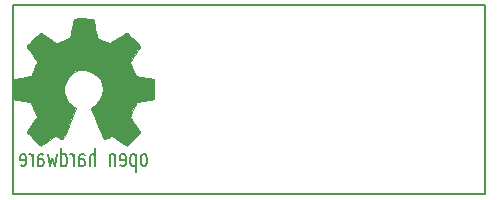
<source format=gbo>
G04 #@! TF.FileFunction,Legend,Bot*
%FSLAX46Y46*%
G04 Gerber Fmt 4.6, Leading zero omitted, Abs format (unit mm)*
G04 Created by KiCad (PCBNEW 4.0.2-stable) date 28/05/2016 23:34:47*
%MOMM*%
G01*
G04 APERTURE LIST*
%ADD10C,0.100000*%
%ADD11C,0.150000*%
%ADD12C,0.002540*%
G04 APERTURE END LIST*
D10*
D11*
X0Y16000000D02*
X0Y0D01*
X40000000Y16000000D02*
X0Y16000000D01*
X40000000Y0D02*
X40000000Y16000000D01*
X0Y0D02*
X40000000Y0D01*
X790000Y2390000D02*
X690000Y2460000D01*
X970000Y2390000D02*
X790000Y2390000D01*
X1070000Y2460000D02*
X970000Y2390000D01*
X1120000Y2600000D02*
X1070000Y2460000D01*
X1120000Y3180000D02*
X1120000Y2600000D01*
X1060000Y3330000D02*
X1120000Y3180000D01*
X960000Y3400000D02*
X1060000Y3330000D01*
X790000Y3400000D02*
X960000Y3400000D01*
X690000Y3310000D02*
X790000Y3400000D01*
X640000Y3180000D02*
X690000Y3310000D01*
X640000Y2910000D02*
X640000Y3180000D01*
X1120000Y2910000D02*
X640000Y2910000D01*
X1690000Y3390000D02*
X1690000Y2390000D01*
X1640000Y3250000D02*
X1690000Y3080000D01*
X1600000Y3310000D02*
X1640000Y3250000D01*
X1500000Y3390000D02*
X1600000Y3310000D01*
X1390000Y3390000D02*
X1500000Y3390000D01*
X3740000Y3400000D02*
X3550000Y2390000D01*
X3550000Y2390000D02*
X3360000Y3110000D01*
X3360000Y3110000D02*
X3170000Y2390000D01*
X3170000Y2390000D02*
X2970000Y3400000D01*
X4120000Y2470000D02*
X4210000Y2390000D01*
X4210000Y2390000D02*
X4400000Y2390000D01*
X4400000Y2390000D02*
X4470000Y2440000D01*
X4470000Y2440000D02*
X4540000Y2520000D01*
X4540000Y2520000D02*
X4600000Y2680000D01*
X4600000Y2680000D02*
X4600000Y3100000D01*
X4600000Y3100000D02*
X4550000Y3250000D01*
X4550000Y3250000D02*
X4480000Y3340000D01*
X4480000Y3340000D02*
X4400000Y3390000D01*
X4400000Y3390000D02*
X4220000Y3390000D01*
X4220000Y3390000D02*
X4120000Y3310000D01*
X4120000Y3890000D02*
X4120000Y2390000D01*
X4870000Y3390000D02*
X4980000Y3390000D01*
X4980000Y3390000D02*
X5080000Y3310000D01*
X5080000Y3310000D02*
X5120000Y3250000D01*
X5120000Y3250000D02*
X5170000Y3080000D01*
X5170000Y3390000D02*
X5170000Y2390000D01*
X2160000Y3180000D02*
X2160000Y2390000D01*
X2220000Y3330000D02*
X2160000Y3180000D01*
X2310000Y3400000D02*
X2220000Y3330000D01*
X2490000Y3400000D02*
X2310000Y3400000D01*
X2600000Y3320000D02*
X2490000Y3400000D01*
X2640000Y2620000D02*
X2600000Y2480000D01*
X2640000Y2750000D02*
X2640000Y2620000D01*
X2590000Y2890000D02*
X2640000Y2750000D01*
X2490000Y2970000D02*
X2590000Y2890000D01*
X2250000Y2970000D02*
X2490000Y2970000D01*
X2160000Y3040000D02*
X2250000Y2970000D01*
X2260000Y2390000D02*
X2160000Y2470000D01*
X2490000Y2390000D02*
X2260000Y2390000D01*
X2600000Y2480000D02*
X2490000Y2390000D01*
X6080000Y2480000D02*
X5970000Y2390000D01*
X5970000Y2390000D02*
X5740000Y2390000D01*
X5740000Y2390000D02*
X5640000Y2470000D01*
X5640000Y3040000D02*
X5730000Y2970000D01*
X5730000Y2970000D02*
X5970000Y2970000D01*
X5970000Y2970000D02*
X6070000Y2890000D01*
X6070000Y2890000D02*
X6120000Y2750000D01*
X6120000Y2750000D02*
X6120000Y2620000D01*
X6120000Y2620000D02*
X6080000Y2480000D01*
X6080000Y3320000D02*
X5970000Y3400000D01*
X5970000Y3400000D02*
X5790000Y3400000D01*
X5790000Y3400000D02*
X5700000Y3330000D01*
X5700000Y3330000D02*
X5640000Y3180000D01*
X5640000Y3180000D02*
X5640000Y2390000D01*
X6980000Y2390000D02*
X6980000Y3890000D01*
X6920000Y3330000D02*
X6980000Y3260000D01*
X6840000Y3390000D02*
X6920000Y3330000D01*
X6700000Y3390000D02*
X6840000Y3390000D01*
X6600000Y3320000D02*
X6700000Y3390000D01*
X6550000Y3170000D02*
X6600000Y3320000D01*
X6550000Y2390000D02*
X6550000Y3170000D01*
X8210000Y2390000D02*
X8210000Y3170000D01*
X8210000Y3170000D02*
X8260000Y3320000D01*
X8260000Y3320000D02*
X8360000Y3390000D01*
X8360000Y3390000D02*
X8500000Y3390000D01*
X8500000Y3390000D02*
X8580000Y3330000D01*
X8580000Y3330000D02*
X8640000Y3260000D01*
X8640000Y3390000D02*
X8640000Y2390000D01*
X9550000Y2910000D02*
X9070000Y2910000D01*
X9070000Y2910000D02*
X9070000Y3180000D01*
X9070000Y3180000D02*
X9120000Y3310000D01*
X9120000Y3310000D02*
X9220000Y3400000D01*
X9220000Y3400000D02*
X9390000Y3400000D01*
X9390000Y3400000D02*
X9490000Y3330000D01*
X9490000Y3330000D02*
X9550000Y3180000D01*
X9550000Y3180000D02*
X9550000Y2600000D01*
X9550000Y2600000D02*
X9500000Y2460000D01*
X9500000Y2460000D02*
X9400000Y2390000D01*
X9400000Y2390000D02*
X9220000Y2390000D01*
X9220000Y2390000D02*
X9120000Y2460000D01*
X10410000Y3400000D02*
X10410000Y1890000D01*
X10300000Y3400000D02*
X10120000Y3400000D01*
X10300000Y2400000D02*
X10110000Y2400000D01*
X10300000Y3400000D02*
X10380000Y3340000D01*
X10030000Y3330000D02*
X10120000Y3400000D01*
X9980000Y3260000D02*
X10030000Y3330000D01*
X9930000Y3100000D02*
X9980000Y3260000D01*
X9930000Y2690000D02*
X9930000Y3100000D01*
X9980000Y2550000D02*
X9930000Y2690000D01*
X10020000Y2480000D02*
X9980000Y2550000D01*
X10120000Y2400000D02*
X10020000Y2480000D01*
X10400000Y2470000D02*
X10300000Y2400000D01*
X11360000Y3100000D02*
X11360000Y2690000D01*
X11360000Y2690000D02*
X11310000Y2550000D01*
X11310000Y2550000D02*
X11260000Y2460000D01*
X11260000Y2460000D02*
X11160000Y2390000D01*
X11160000Y2390000D02*
X11020000Y2390000D01*
X11020000Y2390000D02*
X10920000Y2470000D01*
X10920000Y2470000D02*
X10880000Y2540000D01*
X10880000Y2540000D02*
X10830000Y2680000D01*
X10830000Y2680000D02*
X10830000Y3090000D01*
X10830000Y3090000D02*
X10880000Y3250000D01*
X10880000Y3250000D02*
X10930000Y3320000D01*
X10930000Y3320000D02*
X11020000Y3390000D01*
X11020000Y3390000D02*
X11170000Y3390000D01*
X11170000Y3390000D02*
X11250000Y3330000D01*
X11250000Y3330000D02*
X11310000Y3250000D01*
X11310000Y3250000D02*
X11360000Y3100000D01*
D12*
G36*
X9637280Y4110120D02*
X9573780Y4143140D01*
X9434080Y4232040D01*
X9233420Y4361580D01*
X8997200Y4521600D01*
X8758440Y4681620D01*
X8562860Y4813700D01*
X8425700Y4900060D01*
X8369820Y4933080D01*
X8339340Y4922920D01*
X8225040Y4867040D01*
X8062480Y4780680D01*
X7965960Y4732420D01*
X7816100Y4666380D01*
X7742440Y4653680D01*
X7729740Y4674000D01*
X7673860Y4790840D01*
X7587500Y4986420D01*
X7473200Y5248040D01*
X7343660Y5550300D01*
X7206500Y5880500D01*
X7066800Y6215780D01*
X6934720Y6533280D01*
X6815340Y6820300D01*
X6721360Y7053980D01*
X6660400Y7216540D01*
X6637540Y7287660D01*
X6645160Y7302900D01*
X6718820Y7374020D01*
X6850900Y7473080D01*
X7135380Y7704220D01*
X7414780Y8054740D01*
X7584960Y8450980D01*
X7643380Y8892940D01*
X7595120Y9301880D01*
X7432560Y9695580D01*
X7158240Y10048640D01*
X6825500Y10312800D01*
X6436880Y10477900D01*
X6000000Y10533780D01*
X5580900Y10485520D01*
X5179580Y10328040D01*
X4826520Y10058800D01*
X4676660Y9886080D01*
X4470920Y9527940D01*
X4354080Y9141860D01*
X4341380Y9045340D01*
X4359160Y8623700D01*
X4483620Y8219840D01*
X4704600Y7859160D01*
X5014480Y7561980D01*
X5052580Y7534040D01*
X5197360Y7427360D01*
X5291340Y7353700D01*
X5367540Y7292740D01*
X4831600Y5999880D01*
X4745240Y5794140D01*
X4597920Y5443620D01*
X4468380Y5138820D01*
X4364240Y4894980D01*
X4293120Y4734960D01*
X4262640Y4668920D01*
X4257560Y4666380D01*
X4211840Y4658760D01*
X4112780Y4694320D01*
X3932440Y4780680D01*
X3813060Y4841640D01*
X3675900Y4907680D01*
X3614940Y4933080D01*
X3561600Y4905140D01*
X3429520Y4818780D01*
X3239020Y4689240D01*
X3007880Y4534300D01*
X2786900Y4384440D01*
X2583700Y4249820D01*
X2436380Y4155840D01*
X2365260Y4117740D01*
X2355100Y4117740D01*
X2291600Y4153300D01*
X2174760Y4249820D01*
X1999500Y4417460D01*
X1750580Y4661300D01*
X1712480Y4699400D01*
X1506740Y4907680D01*
X1341640Y5082940D01*
X1229880Y5207400D01*
X1189240Y5263280D01*
X1189240Y5263280D01*
X1227340Y5334400D01*
X1318780Y5481720D01*
X1453400Y5684920D01*
X1615960Y5926220D01*
X2045220Y6545980D01*
X1809000Y7132720D01*
X1737880Y7313060D01*
X1646440Y7531500D01*
X1577860Y7686440D01*
X1542300Y7755020D01*
X1478800Y7777880D01*
X1318780Y7815980D01*
X1085100Y7864240D01*
X808240Y7915040D01*
X544080Y7963300D01*
X305320Y8009020D01*
X132600Y8042040D01*
X53860Y8057280D01*
X36080Y8069980D01*
X20840Y8108080D01*
X10680Y8189360D01*
X5600Y8334140D01*
X520Y8562740D01*
X520Y8892940D01*
X520Y8928500D01*
X5600Y9243460D01*
X10680Y9494920D01*
X18300Y9660020D01*
X31000Y9726060D01*
X31000Y9726060D01*
X104660Y9743840D01*
X274840Y9779400D01*
X513600Y9827660D01*
X798080Y9881000D01*
X815860Y9883540D01*
X1100340Y9939420D01*
X1336560Y9987680D01*
X1504200Y10025780D01*
X1572780Y10048640D01*
X1588020Y10068960D01*
X1646440Y10180720D01*
X1727720Y10355980D01*
X1821700Y10569340D01*
X1913140Y10792860D01*
X1994420Y10993520D01*
X2047760Y11143380D01*
X2063000Y11211960D01*
X2063000Y11211960D01*
X2019820Y11280540D01*
X1923300Y11427860D01*
X1783600Y11631060D01*
X1618500Y11872360D01*
X1605800Y11892680D01*
X1443240Y12131440D01*
X1311160Y12334640D01*
X1222260Y12479420D01*
X1189240Y12542920D01*
X1189240Y12548000D01*
X1245120Y12619120D01*
X1367040Y12756280D01*
X1542300Y12939160D01*
X1750580Y13149980D01*
X1819160Y13216020D01*
X2050300Y13444620D01*
X2212860Y13591940D01*
X2314460Y13673220D01*
X2362720Y13691000D01*
X2365260Y13688460D01*
X2436380Y13645280D01*
X2588780Y13546220D01*
X2794520Y13406520D01*
X3038360Y13241420D01*
X3053600Y13231260D01*
X3294900Y13068700D01*
X3493020Y12931540D01*
X3635260Y12837560D01*
X3698760Y12802000D01*
X3708920Y12802000D01*
X3805440Y12829940D01*
X3975620Y12888360D01*
X4186440Y12969640D01*
X4407420Y13058540D01*
X4610620Y13144900D01*
X4760480Y13213480D01*
X4831600Y13254120D01*
X4834140Y13256660D01*
X4859540Y13343020D01*
X4900180Y13523360D01*
X4953520Y13769740D01*
X5006860Y14064380D01*
X5017020Y14110100D01*
X5070360Y14397120D01*
X5116080Y14633340D01*
X5151640Y14795900D01*
X5166880Y14864480D01*
X5207520Y14872100D01*
X5347220Y14882260D01*
X5560580Y14889880D01*
X5819660Y14892420D01*
X6091440Y14889880D01*
X6355600Y14884800D01*
X6581660Y14877180D01*
X6744220Y14864480D01*
X6812800Y14851780D01*
X6815340Y14846700D01*
X6838200Y14757800D01*
X6878840Y14580000D01*
X6929640Y14331080D01*
X6985520Y14036440D01*
X6995680Y13983100D01*
X7049020Y13698620D01*
X7097280Y13464940D01*
X7132840Y13304920D01*
X7150620Y13241420D01*
X7176020Y13228720D01*
X7292860Y13175380D01*
X7483360Y13096640D01*
X7722120Y13000120D01*
X8270760Y12779140D01*
X8943860Y13241420D01*
X9004820Y13282060D01*
X9248660Y13447160D01*
X9446780Y13579240D01*
X9586480Y13668140D01*
X9642360Y13701160D01*
X9647440Y13698620D01*
X9716020Y13640200D01*
X9848100Y13515740D01*
X10030980Y13337940D01*
X10241800Y13127120D01*
X10399280Y12969640D01*
X10584700Y12781680D01*
X10701540Y12654680D01*
X10767580Y12573400D01*
X10790440Y12522600D01*
X10782820Y12489580D01*
X10739640Y12421000D01*
X10640580Y12273680D01*
X10503420Y12067940D01*
X10338320Y11831720D01*
X10203700Y11631060D01*
X10056380Y11405000D01*
X9962400Y11244980D01*
X9929380Y11166240D01*
X9937000Y11133220D01*
X9985260Y11001140D01*
X10064000Y10800480D01*
X10165600Y10564260D01*
X10399280Y10030860D01*
X10749800Y9964820D01*
X10960620Y9924180D01*
X11257800Y9865760D01*
X11542280Y9812420D01*
X11984240Y9726060D01*
X11999480Y8100460D01*
X11930900Y8069980D01*
X11864860Y8052200D01*
X11702300Y8016640D01*
X11468620Y7970920D01*
X11191760Y7917580D01*
X10955540Y7874400D01*
X10719320Y7828680D01*
X10549140Y7795660D01*
X10472940Y7780420D01*
X10455160Y7755020D01*
X10394200Y7638180D01*
X10310380Y7457840D01*
X10216400Y7236860D01*
X10122420Y7010800D01*
X10038600Y6799980D01*
X9980180Y6639960D01*
X9957320Y6556140D01*
X9990340Y6495180D01*
X10079240Y6355480D01*
X10211320Y6157360D01*
X10371340Y5921140D01*
X10533900Y5684920D01*
X10668520Y5484260D01*
X10765040Y5339480D01*
X10803140Y5273440D01*
X10782820Y5227720D01*
X10688840Y5113420D01*
X10511040Y4930540D01*
X10246880Y4668920D01*
X10203700Y4625740D01*
X9992880Y4425080D01*
X9815080Y4259980D01*
X9693160Y4150760D01*
X9637280Y4110120D01*
X9637280Y4110120D01*
G37*
X9637280Y4110120D02*
X9573780Y4143140D01*
X9434080Y4232040D01*
X9233420Y4361580D01*
X8997200Y4521600D01*
X8758440Y4681620D01*
X8562860Y4813700D01*
X8425700Y4900060D01*
X8369820Y4933080D01*
X8339340Y4922920D01*
X8225040Y4867040D01*
X8062480Y4780680D01*
X7965960Y4732420D01*
X7816100Y4666380D01*
X7742440Y4653680D01*
X7729740Y4674000D01*
X7673860Y4790840D01*
X7587500Y4986420D01*
X7473200Y5248040D01*
X7343660Y5550300D01*
X7206500Y5880500D01*
X7066800Y6215780D01*
X6934720Y6533280D01*
X6815340Y6820300D01*
X6721360Y7053980D01*
X6660400Y7216540D01*
X6637540Y7287660D01*
X6645160Y7302900D01*
X6718820Y7374020D01*
X6850900Y7473080D01*
X7135380Y7704220D01*
X7414780Y8054740D01*
X7584960Y8450980D01*
X7643380Y8892940D01*
X7595120Y9301880D01*
X7432560Y9695580D01*
X7158240Y10048640D01*
X6825500Y10312800D01*
X6436880Y10477900D01*
X6000000Y10533780D01*
X5580900Y10485520D01*
X5179580Y10328040D01*
X4826520Y10058800D01*
X4676660Y9886080D01*
X4470920Y9527940D01*
X4354080Y9141860D01*
X4341380Y9045340D01*
X4359160Y8623700D01*
X4483620Y8219840D01*
X4704600Y7859160D01*
X5014480Y7561980D01*
X5052580Y7534040D01*
X5197360Y7427360D01*
X5291340Y7353700D01*
X5367540Y7292740D01*
X4831600Y5999880D01*
X4745240Y5794140D01*
X4597920Y5443620D01*
X4468380Y5138820D01*
X4364240Y4894980D01*
X4293120Y4734960D01*
X4262640Y4668920D01*
X4257560Y4666380D01*
X4211840Y4658760D01*
X4112780Y4694320D01*
X3932440Y4780680D01*
X3813060Y4841640D01*
X3675900Y4907680D01*
X3614940Y4933080D01*
X3561600Y4905140D01*
X3429520Y4818780D01*
X3239020Y4689240D01*
X3007880Y4534300D01*
X2786900Y4384440D01*
X2583700Y4249820D01*
X2436380Y4155840D01*
X2365260Y4117740D01*
X2355100Y4117740D01*
X2291600Y4153300D01*
X2174760Y4249820D01*
X1999500Y4417460D01*
X1750580Y4661300D01*
X1712480Y4699400D01*
X1506740Y4907680D01*
X1341640Y5082940D01*
X1229880Y5207400D01*
X1189240Y5263280D01*
X1189240Y5263280D01*
X1227340Y5334400D01*
X1318780Y5481720D01*
X1453400Y5684920D01*
X1615960Y5926220D01*
X2045220Y6545980D01*
X1809000Y7132720D01*
X1737880Y7313060D01*
X1646440Y7531500D01*
X1577860Y7686440D01*
X1542300Y7755020D01*
X1478800Y7777880D01*
X1318780Y7815980D01*
X1085100Y7864240D01*
X808240Y7915040D01*
X544080Y7963300D01*
X305320Y8009020D01*
X132600Y8042040D01*
X53860Y8057280D01*
X36080Y8069980D01*
X20840Y8108080D01*
X10680Y8189360D01*
X5600Y8334140D01*
X520Y8562740D01*
X520Y8892940D01*
X520Y8928500D01*
X5600Y9243460D01*
X10680Y9494920D01*
X18300Y9660020D01*
X31000Y9726060D01*
X31000Y9726060D01*
X104660Y9743840D01*
X274840Y9779400D01*
X513600Y9827660D01*
X798080Y9881000D01*
X815860Y9883540D01*
X1100340Y9939420D01*
X1336560Y9987680D01*
X1504200Y10025780D01*
X1572780Y10048640D01*
X1588020Y10068960D01*
X1646440Y10180720D01*
X1727720Y10355980D01*
X1821700Y10569340D01*
X1913140Y10792860D01*
X1994420Y10993520D01*
X2047760Y11143380D01*
X2063000Y11211960D01*
X2063000Y11211960D01*
X2019820Y11280540D01*
X1923300Y11427860D01*
X1783600Y11631060D01*
X1618500Y11872360D01*
X1605800Y11892680D01*
X1443240Y12131440D01*
X1311160Y12334640D01*
X1222260Y12479420D01*
X1189240Y12542920D01*
X1189240Y12548000D01*
X1245120Y12619120D01*
X1367040Y12756280D01*
X1542300Y12939160D01*
X1750580Y13149980D01*
X1819160Y13216020D01*
X2050300Y13444620D01*
X2212860Y13591940D01*
X2314460Y13673220D01*
X2362720Y13691000D01*
X2365260Y13688460D01*
X2436380Y13645280D01*
X2588780Y13546220D01*
X2794520Y13406520D01*
X3038360Y13241420D01*
X3053600Y13231260D01*
X3294900Y13068700D01*
X3493020Y12931540D01*
X3635260Y12837560D01*
X3698760Y12802000D01*
X3708920Y12802000D01*
X3805440Y12829940D01*
X3975620Y12888360D01*
X4186440Y12969640D01*
X4407420Y13058540D01*
X4610620Y13144900D01*
X4760480Y13213480D01*
X4831600Y13254120D01*
X4834140Y13256660D01*
X4859540Y13343020D01*
X4900180Y13523360D01*
X4953520Y13769740D01*
X5006860Y14064380D01*
X5017020Y14110100D01*
X5070360Y14397120D01*
X5116080Y14633340D01*
X5151640Y14795900D01*
X5166880Y14864480D01*
X5207520Y14872100D01*
X5347220Y14882260D01*
X5560580Y14889880D01*
X5819660Y14892420D01*
X6091440Y14889880D01*
X6355600Y14884800D01*
X6581660Y14877180D01*
X6744220Y14864480D01*
X6812800Y14851780D01*
X6815340Y14846700D01*
X6838200Y14757800D01*
X6878840Y14580000D01*
X6929640Y14331080D01*
X6985520Y14036440D01*
X6995680Y13983100D01*
X7049020Y13698620D01*
X7097280Y13464940D01*
X7132840Y13304920D01*
X7150620Y13241420D01*
X7176020Y13228720D01*
X7292860Y13175380D01*
X7483360Y13096640D01*
X7722120Y13000120D01*
X8270760Y12779140D01*
X8943860Y13241420D01*
X9004820Y13282060D01*
X9248660Y13447160D01*
X9446780Y13579240D01*
X9586480Y13668140D01*
X9642360Y13701160D01*
X9647440Y13698620D01*
X9716020Y13640200D01*
X9848100Y13515740D01*
X10030980Y13337940D01*
X10241800Y13127120D01*
X10399280Y12969640D01*
X10584700Y12781680D01*
X10701540Y12654680D01*
X10767580Y12573400D01*
X10790440Y12522600D01*
X10782820Y12489580D01*
X10739640Y12421000D01*
X10640580Y12273680D01*
X10503420Y12067940D01*
X10338320Y11831720D01*
X10203700Y11631060D01*
X10056380Y11405000D01*
X9962400Y11244980D01*
X9929380Y11166240D01*
X9937000Y11133220D01*
X9985260Y11001140D01*
X10064000Y10800480D01*
X10165600Y10564260D01*
X10399280Y10030860D01*
X10749800Y9964820D01*
X10960620Y9924180D01*
X11257800Y9865760D01*
X11542280Y9812420D01*
X11984240Y9726060D01*
X11999480Y8100460D01*
X11930900Y8069980D01*
X11864860Y8052200D01*
X11702300Y8016640D01*
X11468620Y7970920D01*
X11191760Y7917580D01*
X10955540Y7874400D01*
X10719320Y7828680D01*
X10549140Y7795660D01*
X10472940Y7780420D01*
X10455160Y7755020D01*
X10394200Y7638180D01*
X10310380Y7457840D01*
X10216400Y7236860D01*
X10122420Y7010800D01*
X10038600Y6799980D01*
X9980180Y6639960D01*
X9957320Y6556140D01*
X9990340Y6495180D01*
X10079240Y6355480D01*
X10211320Y6157360D01*
X10371340Y5921140D01*
X10533900Y5684920D01*
X10668520Y5484260D01*
X10765040Y5339480D01*
X10803140Y5273440D01*
X10782820Y5227720D01*
X10688840Y5113420D01*
X10511040Y4930540D01*
X10246880Y4668920D01*
X10203700Y4625740D01*
X9992880Y4425080D01*
X9815080Y4259980D01*
X9693160Y4150760D01*
X9637280Y4110120D01*
M02*

</source>
